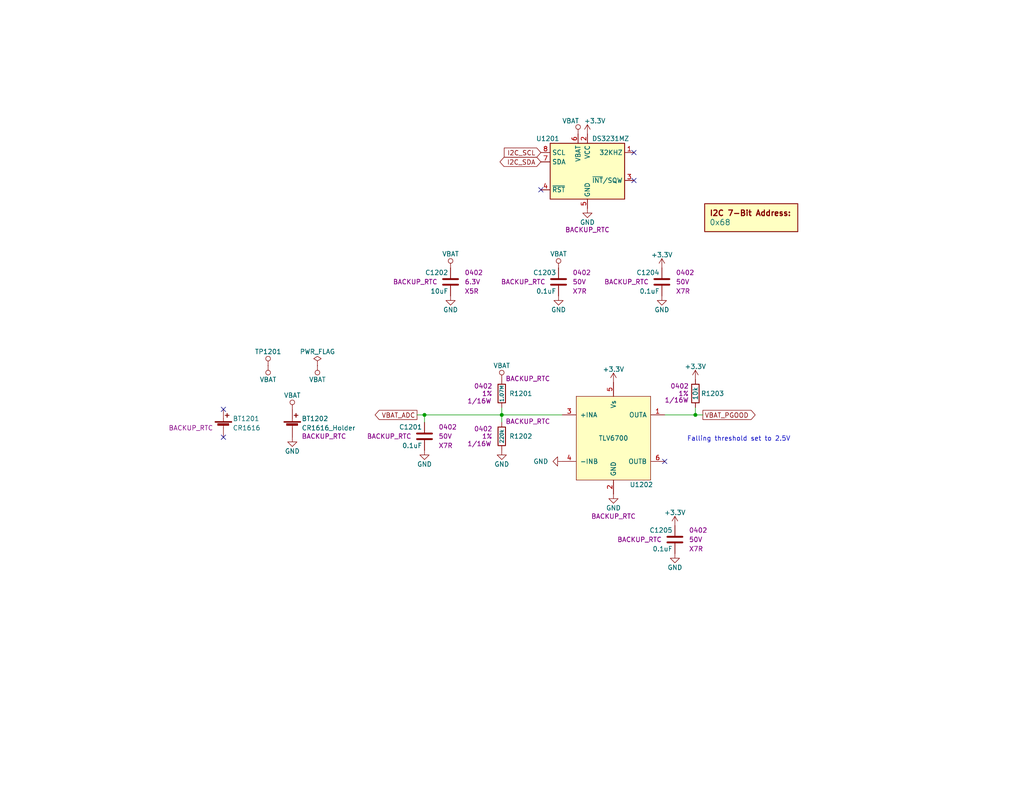
<source format=kicad_sch>
(kicad_sch (version 20230121) (generator eeschema)
  (paper "A")
  (title_block (date "2023-05-12") (rev "PRELIM") (company "Drew Maatman"))
  (lib_symbols
    (symbol "Custom_Library:C_Custom" (pin_numbers hide) (pin_names (offset 0.254))
      (property "Reference" "C" (at 0.635 2.54 0))
      (property "Value" "Custom_Library_C_Custom" (at 0.635 -2.54 0))
      (property "display_footprint" "Foot" (at -3.81 2.54 0))
      (property "Voltage" "V" (at -3.81 0 0))
      (property "Dielectric" "Er" (at -3.81 -2.54 0))
      (symbol "C_Custom_0_1"
        (polyline (pts (xy -2.032 -0.762) (xy 2.032 -0.762)) (stroke (width 0.508)))
        (polyline (pts (xy -2.032 0.762) (xy 2.032 0.762)) (stroke (width 0.508)))
      )
      (symbol "C_Custom_1_1"
        (pin passive line (at 0 3.81 270) (length 2.794) (name "~") (number "1"))
        (pin passive line (at 0 -3.81 90) (length 2.794) (name "~") (number "2"))
      )
    )
    (symbol "Custom_Library:I2C_Address" (pin_names (offset 1.016))
      (property "Value" "Custom_Library_I2C_Address" (at -11.43 0 0))
      (symbol "I2C_Address_0_0"
        (rectangle (start -12.7 5.08) (end 12.7 -2.54) (stroke (width 0.254)) (fill (type background)))
        (text "I2C 7-Bit Address:" (at -11.43 2.54 0) (effects (font (size 1.524 1.524) bold) (justify left)))
      )
    )
    (symbol "Custom_Library:R_Custom" (pin_numbers hide) (pin_names (offset 1.016) hide)
      (property "Reference" "R" (at -2.54 0 90))
      (property "Value" "Custom_Library_R_Custom" (at 0 0 90))
      (property "display_footprint" "Foot" (at 2.54 0 90))
      (property "Tolerance" "Tol" (at 5.08 0 90))
      (property "Wattage" "W" (at 7.62 0 90))
      (symbol "R_Custom_0_1"
        (rectangle (start 1.016 2.54) (end -1.016 -2.54) (stroke (width 0.254)))
      )
      (symbol "R_Custom_1_1"
        (pin passive line (at 0 3.81 270) (length 1.27) (name "1") (number "1"))
        (pin passive line (at 0 -3.81 90) (length 1.27) (name "2") (number "2"))
      )
    )
    (symbol "Custom_Library:TLV6700" (pin_names (offset 1.016))
      (property "Reference" "U" (at 7.62 -12.7 0))
      (property "Value" "Custom_Library_TLV6700" (at 0 0 0))
      (symbol "TLV6700_0_1"
        (rectangle (start -10.16 11.43) (end 10.16 -11.43) (fill (type background)))
      )
      (symbol "TLV6700_1_1"
        (pin open_collector line (at 13.97 6.35 180) (length 3.81) (name "OUTA") (number "1"))
        (pin power_in line (at 0 -15.24 90) (length 3.81) (name "GND") (number "2"))
        (pin input line (at -13.97 6.35 0) (length 3.81) (name "+INA") (number "3"))
        (pin input line (at -13.97 -6.35 0) (length 3.81) (name "-INB") (number "4"))
        (pin power_in line (at 0 15.24 270) (length 3.81) (name "Vs") (number "5"))
        (pin open_collector line (at 13.97 -6.35 180) (length 3.81) (name "OUTB") (number "6"))
      )
    )
    (symbol "Custom_Library:TP" (pin_numbers hide) (pin_names (offset 0) hide)
      (property "Reference" "TP" (at 0 3.81 0))
      (symbol "TP_0_1"
        (polyline (pts (xy 0 0) (xy 0 1.27)))
        (circle (center 0 1.905) (radius 0.635))
      )
      (symbol "TP_1_1"
        (pin passive line (at 0 0 90) (length 0) (name "TP") (number "1"))
      )
    )
    (symbol "Custom_Library:VBAT" (power) (pin_names (offset 0))
      (property "Value" "Custom_Library_VBAT" (at 0 3.81 0))
      (symbol "VBAT_0_1"
        (polyline (pts (xy 0 0) (xy 0 1.27)))
        (circle (center 0 1.905) (radius 0.635))
      )
      (symbol "VBAT_1_1"
        (pin power_in line (at 0 0 90) (length 0) hide (name "VBAT") (number "1"))
      )
    )
    (symbol "Device:Battery_Cell" (pin_numbers hide) (pin_names (offset 0) hide)
      (property "Reference" "BT" (at 2.54 2.54 0))
      (property "Value" "Battery_Cell" (at 2.54 0 0))
      (symbol "Battery_Cell_0_1"
        (rectangle (start -2.286 1.778) (end 2.286 1.524) (fill (type outline)))
        (rectangle (start -1.5748 1.1938) (end 1.4732 0.6858) (fill (type outline)))
        (polyline (pts (xy 0 0.762) (xy 0 0)))
        (polyline (pts (xy 0 1.778) (xy 0 2.54)))
        (polyline (pts (xy 0.508 3.429) (xy 1.524 3.429)) (stroke (width 0.254)))
        (polyline (pts (xy 1.016 3.937) (xy 1.016 2.921)) (stroke (width 0.254)))
      )
      (symbol "Battery_Cell_1_1"
        (pin passive line (at 0 5.08 270) (length 2.54) (name "+") (number "1"))
        (pin passive line (at 0 -2.54 90) (length 2.54) (name "-") (number "2"))
      )
    )
    (symbol "Timer_RTC:DS3231MZ"
      (property "Reference" "U" (at -7.62 8.89 0))
      (property "Value" "DS3231MZ" (at 11.43 8.89 0))
      (symbol "DS3231MZ_0_1"
        (rectangle (start -10.16 7.62) (end 10.16 -7.62) (stroke (width 0.254)) (fill (type background)))
      )
      (symbol "DS3231MZ_1_1"
        (pin open_collector line (at 12.7 5.08 180) (length 2.54) (name "32KHZ") (number "1"))
        (pin power_in line (at 0 10.16 270) (length 2.54) (name "VCC") (number "2"))
        (pin open_collector line (at 12.7 -2.54 180) (length 2.54) (name "~{INT}/SQW") (number "3"))
        (pin bidirectional line (at -12.7 -5.08 0) (length 2.54) (name "~{RST}") (number "4"))
        (pin power_in line (at 0 -10.16 90) (length 2.54) (name "GND") (number "5"))
        (pin power_in line (at -2.54 10.16 270) (length 2.54) (name "VBAT") (number "6"))
        (pin bidirectional line (at -12.7 2.54 0) (length 2.54) (name "SDA") (number "7"))
        (pin input line (at -12.7 5.08 0) (length 2.54) (name "SCL") (number "8"))
      )
    )
    (symbol "power:+3.3V" (power) (pin_names (offset 0))
      (property "Value" "+3.3V" (at 0 3.556 0))
      (symbol "+3.3V_0_1"
        (polyline (pts (xy -0.762 1.27) (xy 0 2.54)))
        (polyline (pts (xy 0 0) (xy 0 2.54)))
        (polyline (pts (xy 0 2.54) (xy 0.762 1.27)))
      )
      (symbol "+3.3V_1_1"
        (pin power_in line (at 0 0 90) (length 0) hide (name "+3.3V") (number "1"))
      )
    )
    (symbol "power:GND" (power) (pin_names (offset 0))
      (property "Value" "GND" (at 0 -3.81 0))
      (symbol "GND_0_1"
        (polyline (pts (xy 0 0) (xy 0 -1.27) (xy 1.27 -1.27) (xy 0 -2.54) (xy -1.27 -1.27) (xy 0 -1.27)))
      )
      (symbol "GND_1_1"
        (pin power_in line (at 0 0 270) (length 0) hide (name "GND") (number "1"))
      )
    )
    (symbol "power:PWR_FLAG" (power) (pin_numbers hide) (pin_names (offset 0) hide)
      (property "Value" "PWR_FLAG" (at 0 3.81 0))
      (symbol "PWR_FLAG_0_0"
        (pin power_out line (at 0 0 90) (length 0) (name "pwr") (number "1"))
      )
      (symbol "PWR_FLAG_0_1"
        (polyline (pts (xy 0 0) (xy 0 1.27) (xy -1.016 1.905) (xy 0 2.54) (xy 1.016 1.905) (xy 0 1.27)))
      )
    )
  )
  (junction (at 136.906 113.284))
  (junction (at 115.824 113.284))
  (junction (at 189.738 113.284))
  (no_connect (at 181.356 125.984))
  (no_connect (at 172.974 41.656))
  (no_connect (at 147.574 51.816))
  (no_connect (at 60.96 119.38))
  (no_connect (at 60.96 111.76))
  (no_connect (at 172.974 49.276))
  (wire (pts (xy 189.738 113.284) (xy 181.356 113.284)))
  (wire (pts (xy 113.792 113.284) (xy 115.824 113.284)))
  (wire (pts (xy 153.416 113.284) (xy 136.906 113.284)))
  (wire (pts (xy 136.906 113.284) (xy 136.906 115.316)))
  (wire (pts (xy 115.824 115.316) (xy 115.824 113.284)))
  (wire (pts (xy 115.824 113.284) (xy 136.906 113.284)))
  (wire (pts (xy 136.906 111.252) (xy 136.906 113.284)))
  (wire (pts (xy 191.77 113.284) (xy 189.738 113.284)))
  (wire (pts (xy 189.738 111.252) (xy 189.738 113.284)))
  (text "Falling threshold set to 2.5V" (at 187.452 120.65 0) (effects (font (size 1.27 1.27)) (justify left bottom)))
  (global_label "VBAT_ADC" (shape output) (at 113.792 113.284 180) (property "Intersheetrefs" "${INTERSHEET_REFS}" (effects hide)))
  (global_label "I2C_SDA" (shape bidirectional) (at 147.574 44.196 180) (property "Intersheetrefs" "${INTERSHEET_REFS}" (effects hide)))
  (global_label "I2C_SCL" (shape input) (at 147.574 41.656 180) (property "Intersheetrefs" "${INTERSHEET_REFS}" (effects hide)))
  (global_label "VBAT_PGOOD" (shape output) (at 191.77 113.284 0) (property "Intersheetrefs" "${INTERSHEET_REFS}" (effects hide)))
  (symbol (lib_id "Custom_Library:R_Custom") (at 189.738 107.442 0) (mirror y) (unit 1)
    (property "Reference" "R1203" (at 191.262 107.442 0) (effects (justify right)))
    (property "Value" "10k" (at 189.738 107.442 90))
    (property "Footprint" "Resistors_SMD:R_0402" (effects hide))
    (property "display_footprint" "0402" (at 187.96 105.41 0) (effects (justify left)))
    (property "Tolerance" "1%" (at 187.96 107.442 0) (effects (justify left)))
    (property "Wattage" "1/16W" (at 187.96 109.22 0) (effects (justify left)))
    (property "Digi-Key PN" "RMCF0402FT10K0CT-ND" (effects hide))
    (instances (project "Nixie_Clock_Core" (path "" (reference "R1203") (unit 1))) (project "LED_Panel_Controller" (path "" (reference "R?") (unit 1)) (path "" (reference "R?") (unit 1)) (path "" (reference "R?") (unit 1)) (path "" (reference "R?") (unit 1)) (path "" (reference "R?") (unit 1)) (path "" (reference "R?") (unit 1)) (path "" (reference "R?") (unit 1)) (path "" (reference "R?") (unit 1)) (path "" (reference "R?") (unit 1)) (path "" (reference "R2103") (unit 1)) (path "" (reference "R?") (unit 1)) (path "" (reference "R?") (unit 1)) (path "" (reference "R?") (unit 1))))
  )
  (symbol (lib_id "power:GND") (at 115.824 122.936 0) (mirror y) (unit 1)
    (property "Reference" "#PWR01205" (effects hide))
    (property "Value" "GND" (at 115.824 126.746 0))
    (instances (project "Nixie_Clock_Core" (path "" (reference "#PWR01205") (unit 1))) (project "LED_Panel_Controller" (path "" (reference "#PWR02105") (unit 1))))
  )
  (symbol (lib_id "Custom_Library:R_Custom") (at 136.906 107.442 0) (mirror y) (unit 1)
    (property "Reference" "R1201" (at 138.938 107.442 0) (effects (justify right)))
    (property "Value" "1.07M" (at 136.906 107.442 90) (effects (font (size 1.016 1.016))))
    (property "Footprint" "Resistors_SMD:R_0402" (effects hide))
    (property "display_footprint" "0402" (at 134.366 105.41 0) (effects (justify left)))
    (property "Tolerance" "1%" (at 134.366 107.442 0) (effects (justify left)))
    (property "Wattage" "1/16W" (at 134.112 109.474 0) (effects (justify left)))
    (property "Configuration" "BACKUP_RTC" (at 137.922 103.378 0) (effects (justify right)))
    (property "Digi-Key PN" "RMCF0402FT1M07CT-ND" (effects hide))
    (instances (project "Nixie_Clock_Core" (path "" (reference "R1201") (unit 1))) (project "LED_Panel_Controller" (path "" (reference "R?") (unit 1)) (path "" (reference "R?") (unit 1)) (path "" (reference "R?") (unit 1)) (path "" (reference "R?") (unit 1)) (path "" (reference "R?") (unit 1)) (path "" (reference "R?") (unit 1)) (path "" (reference "R?") (unit 1)) (path "" (reference "R?") (unit 1)) (path "" (reference "R?") (unit 1)) (path "" (reference "R2101") (unit 1)) (path "" (reference "R?") (unit 1)) (path "" (reference "R?") (unit 1)) (path "" (reference "R?") (unit 1))))
  )
  (symbol (lib_id "power:GND") (at 160.274 56.896 0) (unit 1)
    (property "Reference" "#PWR01215" (effects hide))
    (property "Value" "GND" (at 160.274 60.706 0))
    (instances (project "Nixie_Clock_Core" (path "" (reference "#PWR01215") (unit 1))) (project "LED_Panel_Controller" (path "" (reference "#PWR02115") (unit 1))))
  )
  (symbol (lib_id "Custom_Library:TP") (at 73.152 99.822 0) (unit 1)
    (property "Reference" "TP1201" (at 73.152 96.012 0))
    (property "Value" "TP" (effects hide))
    (property "Footprint" "Custom Footprints Library:Test_Point" (effects hide))
    (instances (project "Nixie_Clock_Core" (path "" (reference "TP1201") (unit 1))) (project "LED_Panel_Controller" (path "" (reference "TP?") (unit 1)) (path "" (reference "TP?") (unit 1)) (path "" (reference "TP?") (unit 1)) (path "" (reference "TP?") (unit 1)) (path "" (reference "TP2101") (unit 1)) (path "" (reference "TP?") (unit 1)) (path "" (reference "TP?") (unit 1)) (path "" (reference "TP?") (unit 1)) (path "" (reference "TP?") (unit 1)) (path "" (reference "TP?") (unit 1))))
  )
  (symbol (lib_id "Custom_Library:VBAT") (at 152.4 73.152 0) (unit 1)
    (property "Reference" "#PWR01210" (effects hide))
    (property "Value" "VBAT" (at 152.4 69.342 0))
    (instances (project "Nixie_Clock_Core" (path "" (reference "#PWR01210") (unit 1))) (project "LED_Panel_Controller" (path "" (reference "#PWR02110") (unit 1))))
  )
  (symbol (lib_id "power:+3.3V") (at 189.738 103.632 0) (unit 1)
    (property "Reference" "#PWR01222" (effects hide))
    (property "Value" "+3.3V" (at 189.738 100.076 0))
    (instances (project "Nixie_Clock_Core" (path "" (reference "#PWR01222") (unit 1))) (project "LED_Panel_Controller" (path "" (reference "#PWR02122") (unit 1))))
  )
  (symbol (lib_id "power:GND") (at 153.416 125.984 270) (unit 1)
    (property "Reference" "#PWR01212" (effects hide))
    (property "Value" "GND" (at 149.606 125.984 90) (effects (justify right)))
    (instances (project "Nixie_Clock_Core" (path "" (reference "#PWR01212") (unit 1))) (project "LED_Panel_Controller" (path "" (reference "#PWR02112") (unit 1))))
  )
  (symbol (lib_id "power:PWR_FLAG") (at 86.614 99.822 0) (unit 1)
    (property "Reference" "#FLG01201" (effects hide))
    (property "Value" "PWR_FLAG" (at 86.614 96.012 0))
    (instances (project "Nixie_Clock_Core" (path "" (reference "#FLG01201") (unit 1))) (project "LED_Panel_Controller" (path "" (reference "#FLG02101") (unit 1))))
  )
  (symbol (lib_id "power:+3.3V") (at 180.594 73.152 0) (unit 1)
    (property "Reference" "#PWR01218" (effects hide))
    (property "Value" "+3.3V" (at 180.594 69.596 0))
    (instances (project "Nixie_Clock_Core" (path "" (reference "#PWR01218") (unit 1))) (project "LED_Panel_Controller" (path "" (reference "#PWR02118") (unit 1))))
  )
  (symbol (lib_id "Custom_Library:TLV6700") (at 167.386 119.634 0) (unit 1)
    (property "Reference" "U1202" (at 175.006 132.334 0))
    (property "Value" "TLV6700" (at 167.386 119.634 0))
    (property "Footprint" "TO_SOT_Packages_SMD:SOT-23-6" (effects hide))
    (property "Datasheet" "http://www.ti.com/lit/ds/symlink/tlv6700.pdf" (effects hide))
    (property "Digi-Key PN" "296-51696-1-ND" (effects hide))
    (property "Configuration" "BACKUP_RTC" (at 167.386 140.97 0))
    (instances (project "Nixie_Clock_Core" (path "" (reference "U1202") (unit 1))) (project "LED_Panel_Controller" (path "" (reference "U2102") (unit 1))))
  )
  (symbol (lib_id "power:GND") (at 122.936 80.772 0) (unit 1)
    (property "Reference" "#PWR01207" (effects hide))
    (property "Value" "GND" (at 122.936 84.582 0))
    (instances (project "Nixie_Clock_Core" (path "" (reference "#PWR01207") (unit 1))) (project "LED_Panel_Controller" (path "" (reference "#PWR02107") (unit 1))))
  )
  (symbol (lib_id "Device:Battery_Cell") (at 79.756 116.84 0) (unit 1)
    (property "Reference" "BT1202" (at 82.296 114.3 0) (effects (justify left)))
    (property "Value" "CR1616_Holder" (at 82.296 116.84 0) (effects (justify left)))
    (property "Footprint" "Custom Footprints Library:BAT_BU1632SM-JJ-GTR" (effects hide))
    (property "Digi-Key PN" "BU1632SM-JJ-GCT-ND" (effects hide))
    (property "Configuration" "BACKUP_RTC" (at 88.392 119.126 0))
    (instances (project "Nixie_Clock_Core" (path "" (reference "BT1202") (unit 1))) (project "LED_Panel_Controller" (path "" (reference "BT2102") (unit 1))))
  )
  (symbol (lib_id "Custom_Library:VBAT") (at 73.152 99.822 180) (unit 1)
    (property "Reference" "#PWR01201" (effects hide))
    (property "Value" "VBAT" (at 73.152 103.632 0))
    (instances (project "Nixie_Clock_Core" (path "" (reference "#PWR01201") (unit 1))) (project "LED_Panel_Controller" (path "" (reference "#PWR02101") (unit 1))))
  )
  (symbol (lib_id "Custom_Library:VBAT") (at 86.614 99.822 180) (unit 1)
    (property "Reference" "#PWR01204" (effects hide))
    (property "Value" "VBAT" (at 86.614 103.632 0))
    (instances (project "Nixie_Clock_Core" (path "" (reference "#PWR01204") (unit 1))) (project "LED_Panel_Controller" (path "" (reference "#PWR02104") (unit 1))))
  )
  (symbol (lib_id "Custom_Library:R_Custom") (at 136.906 119.126 0) (mirror y) (unit 1)
    (property "Reference" "R1202" (at 138.938 119.126 0) (effects (justify right)))
    (property "Value" "220k" (at 136.906 119.126 90) (effects (font (size 1.016 1.016))))
    (property "Footprint" "Resistors_SMD:R_0402" (effects hide))
    (property "display_footprint" "0402" (at 134.366 117.094 0) (effects (justify left)))
    (property "Tolerance" "1%" (at 134.366 119.126 0) (effects (justify left)))
    (property "Wattage" "1/16W" (at 134.112 121.158 0) (effects (justify left)))
    (property "Configuration" "BACKUP_RTC" (at 137.922 115.062 0) (effects (justify right)))
    (property "Digi-Key PN" "RMCF0402FT220KCT-ND" (effects hide))
    (instances (project "Nixie_Clock_Core" (path "" (reference "R1202") (unit 1))) (project "LED_Panel_Controller" (path "" (reference "R?") (unit 1)) (path "" (reference "R?") (unit 1)) (path "" (reference "R?") (unit 1)) (path "" (reference "R?") (unit 1)) (path "" (reference "R?") (unit 1)) (path "" (reference "R?") (unit 1)) (path "" (reference "R?") (unit 1)) (path "" (reference "R?") (unit 1)) (path "" (reference "R?") (unit 1)) (path "" (reference "R2102") (unit 1)) (path "" (reference "R?") (unit 1)) (path "" (reference "R?") (unit 1)) (path "" (reference "R?") (unit 1))))
  )
  (symbol (lib_id "Custom_Library:VBAT") (at 79.756 111.76 0) (unit 1)
    (property "Reference" "#PWR01202" (effects hide))
    (property "Value" "VBAT" (at 79.756 107.95 0))
    (instances (project "Nixie_Clock_Core" (path "" (reference "#PWR01202") (unit 1))) (project "LED_Panel_Controller" (path "" (reference "#PWR02102") (unit 1))))
  )
  (symbol (lib_id "Device:Battery_Cell") (at 60.96 116.84 0) (unit 1)
    (property "Reference" "BT1201" (at 63.5 114.3 0) (effects (justify left)))
    (property "Value" "CR1616" (at 63.5 116.84 0) (effects (justify left)))
    (property "Digi-Key PN" "P034-ND" (effects hide))
    (property "Configuration" "BACKUP_RTC" (at 52.07 116.84 0))
    (instances (project "Nixie_Clock_Core" (path "" (reference "BT1201") (unit 1))) (project "LED_Panel_Controller" (path "" (reference "BT2101") (unit 1))))
  )
  (symbol (lib_id "power:+3.3V") (at 184.15 143.51 0) (unit 1)
    (property "Reference" "#PWR01220" (effects hide))
    (property "Value" "+3.3V" (at 184.15 139.954 0))
    (instances (project "Nixie_Clock_Core" (path "" (reference "#PWR01220") (unit 1))) (project "LED_Panel_Controller" (path "" (reference "#PWR02120") (unit 1))))
  )
  (symbol (lib_id "power:GND") (at 184.15 151.13 0) (unit 1)
    (property "Reference" "#PWR01221" (effects hide))
    (property "Value" "GND" (at 184.15 154.94 0))
    (instances (project "Nixie_Clock_Core" (path "" (reference "#PWR01221") (unit 1))) (project "LED_Panel_Controller" (path "" (reference "#PWR02121") (unit 1))))
  )
  (symbol (lib_id "Custom_Library:VBAT") (at 136.906 103.632 0) (unit 1)
    (property "Reference" "#PWR01208" (effects hide))
    (property "Value" "VBAT" (at 136.906 99.822 0))
    (instances (project "Nixie_Clock_Core" (path "" (reference "#PWR01208") (unit 1))) (project "LED_Panel_Controller" (path "" (reference "#PWR02108") (unit 1))))
  )
  (symbol (lib_id "Custom_Library:VBAT") (at 122.936 73.152 0) (unit 1)
    (property "Reference" "#PWR01206" (effects hide))
    (property "Value" "VBAT" (at 122.936 69.342 0))
    (instances (project "Nixie_Clock_Core" (path "" (reference "#PWR01206") (unit 1))) (project "LED_Panel_Controller" (path "" (reference "#PWR02106") (unit 1))))
  )
  (symbol (lib_id "Custom_Library:VBAT") (at 157.734 36.576 0) (unit 1)
    (property "Reference" "#PWR01213" (effects hide))
    (property "Value" "VBAT" (at 155.702 33.02 0))
    (instances (project "Nixie_Clock_Core" (path "" (reference "#PWR01213") (unit 1))) (project "LED_Panel_Controller" (path "" (reference "#PWR02113") (unit 1))))
  )
  (symbol (lib_id "power:+3.3V") (at 167.386 104.394 0) (unit 1)
    (property "Reference" "#PWR01216" (effects hide))
    (property "Value" "+3.3V" (at 167.386 100.838 0))
    (instances (project "Nixie_Clock_Core" (path "" (reference "#PWR01216") (unit 1))) (project "LED_Panel_Controller" (path "" (reference "#PWR02116") (unit 1))))
  )
  (symbol (lib_id "power:GND") (at 167.386 134.874 0) (unit 1)
    (property "Reference" "#PWR01217" (effects hide))
    (property "Value" "GND" (at 167.386 138.684 0))
    (instances (project "Nixie_Clock_Core" (path "" (reference "#PWR01217") (unit 1))) (project "LED_Panel_Controller" (path "" (reference "#PWR02117") (unit 1))))
  )
  (symbol (lib_id "Custom_Library:C_Custom") (at 122.936 76.962 0) (mirror y) (unit 1)
    (property "Reference" "C1202" (at 122.301 74.422 0) (effects (justify left)))
    (property "Value" "10uF" (at 122.301 79.502 0) (effects (justify left)))
    (property "Footprint" "Capacitors_SMD:C_0402" (effects hide))
    (property "display_footprint" "0402" (at 126.746 74.422 0) (effects (justify right)))
    (property "Voltage" "6.3V" (at 126.746 76.962 0) (effects (justify right)))
    (property "Dielectric" "X5R" (at 126.746 79.502 0) (effects (justify right)))
    (property "Configuration" "BACKUP_RTC" (at 113.284 76.962 0))
    (property "Digi-Key PN" "1276-1451-1-ND" (effects hide))
    (instances (project "Nixie_Clock_Core" (path "" (reference "C1202") (unit 1))) (project "LED_Panel_Controller" (path "" (reference "C2102") (unit 1))))
  )
  (symbol (lib_id "Custom_Library:C_Custom") (at 184.15 147.32 0) (mirror y) (unit 1)
    (property "Reference" "C1205" (at 183.515 144.78 0) (effects (justify left)))
    (property "Value" "0.1uF" (at 183.515 149.86 0) (effects (justify left)))
    (property "Footprint" "Capacitors_SMD:C_0402" (effects hide))
    (property "display_footprint" "0402" (at 187.96 144.78 0) (effects (justify right)))
    (property "Voltage" "50V" (at 187.96 147.32 0) (effects (justify right)))
    (property "Dielectric" "X7R" (at 187.96 149.86 0) (effects (justify right)))
    (property "Configuration" "BACKUP_RTC" (at 174.498 147.32 0))
    (property "Digi-Key PN" "490-10698-1-ND" (effects hide))
    (instances (project "Nixie_Clock_Core" (path "" (reference "C1205") (unit 1))) (project "LED_Panel_Controller" (path "" (reference "C2105") (unit 1))))
  )
  (symbol (lib_id "Custom_Library:I2C_Address") (at 204.978 60.706 0) (unit 1)
    (property "Reference" "DOC1201" (effects hide))
    (property "Value" "0x68" (at 193.548 60.706 0) (effects (font (size 1.524 1.524)) (justify left)))
    (instances (project "Nixie_Clock_Core" (path "" (reference "DOC1201") (unit 1))) (project "LED_Panel_Controller" (path "" (reference "DOC2101") (unit 1))))
  )
  (symbol (lib_id "power:GND") (at 136.906 122.936 0) (unit 1)
    (property "Reference" "#PWR01209" (effects hide))
    (property "Value" "GND" (at 136.906 126.746 0))
    (instances (project "Nixie_Clock_Core" (path "" (reference "#PWR01209") (unit 1))) (project "LED_Panel_Controller" (path "" (reference "#PWR02109") (unit 1))))
  )
  (symbol (lib_id "power:GND") (at 180.594 80.772 0) (unit 1)
    (property "Reference" "#PWR01219" (effects hide))
    (property "Value" "GND" (at 180.594 84.582 0))
    (instances (project "Nixie_Clock_Core" (path "" (reference "#PWR01219") (unit 1))) (project "LED_Panel_Controller" (path "" (reference "#PWR02119") (unit 1))))
  )
  (symbol (lib_id "power:GND") (at 79.756 119.38 0) (unit 1)
    (property "Reference" "#PWR01203" (effects hide))
    (property "Value" "GND" (at 79.756 123.19 0))
    (instances (project "Nixie_Clock_Core" (path "" (reference "#PWR01203") (unit 1))) (project "LED_Panel_Controller" (path "" (reference "#PWR02103") (unit 1))))
  )
  (symbol (lib_id "Timer_RTC:DS3231MZ") (at 160.274 46.736 0) (unit 1)
    (property "Reference" "U1201" (at 152.654 37.846 0) (effects (justify right)))
    (property "Value" "DS3231MZ" (at 171.704 37.846 0) (effects (justify right)))
    (property "Footprint" "Package_SO:SOIC-8_3.9x4.9mm_P1.27mm" (effects hide))
    (property "Datasheet" "http://datasheets.maximintegrated.com/en/ds/DS3231M.pdf" (effects hide))
    (property "Digi-Key PN" "DS3231MZ+-ND" (effects hide))
    (property "Configuration" "BACKUP_RTC" (at 160.274 62.738 0))
    (instances (project "Nixie_Clock_Core" (path "" (reference "U1201") (unit 1))) (project "LED_Panel_Controller" (path "" (reference "U2101") (unit 1))))
  )
  (symbol (lib_id "Custom_Library:C_Custom") (at 180.594 76.962 0) (mirror y) (unit 1)
    (property "Reference" "C1204" (at 179.959 74.422 0) (effects (justify left)))
    (property "Value" "0.1uF" (at 179.959 79.502 0) (effects (justify left)))
    (property "Footprint" "Capacitors_SMD:C_0402" (effects hide))
    (property "display_footprint" "0402" (at 184.404 74.422 0) (effects (justify right)))
    (property "Voltage" "50V" (at 184.404 76.962 0) (effects (justify right)))
    (property "Dielectric" "X7R" (at 184.404 79.502 0) (effects (justify right)))
    (property "Configuration" "BACKUP_RTC" (at 170.942 76.962 0))
    (property "Digi-Key PN" "490-10698-1-ND" (effects hide))
    (instances (project "Nixie_Clock_Core" (path "" (reference "C1204") (unit 1))) (project "LED_Panel_Controller" (path "" (reference "C2104") (unit 1))))
  )
  (symbol (lib_id "Custom_Library:C_Custom") (at 152.4 76.962 0) (mirror y) (unit 1)
    (property "Reference" "C1203" (at 151.765 74.422 0) (effects (justify left)))
    (property "Value" "0.1uF" (at 151.765 79.502 0) (effects (justify left)))
    (property "Footprint" "Capacitors_SMD:C_0402" (effects hide))
    (property "display_footprint" "0402" (at 156.21 74.422 0) (effects (justify right)))
    (property "Voltage" "50V" (at 156.21 76.962 0) (effects (justify right)))
    (property "Dielectric" "X7R" (at 156.21 79.502 0) (effects (justify right)))
    (property "Configuration" "BACKUP_RTC" (at 142.748 76.962 0))
    (property "Digi-Key PN" "490-10698-1-ND" (effects hide))
    (instances (project "Nixie_Clock_Core" (path "" (reference "C1203") (unit 1))) (project "LED_Panel_Controller" (path "" (reference "C2103") (unit 1))))
  )
  (symbol (lib_id "power:+3.3V") (at 160.274 36.576 0) (unit 1)
    (property "Reference" "#PWR01214" (effects hide))
    (property "Value" "+3.3V" (at 162.306 33.02 0))
    (instances (project "Nixie_Clock_Core" (path "" (reference "#PWR01214") (unit 1))) (project "LED_Panel_Controller" (path "" (reference "#PWR02114") (unit 1))))
  )
  (symbol (lib_id "Custom_Library:C_Custom") (at 115.824 119.126 0) (mirror y) (unit 1)
    (property "Reference" "C1201" (at 115.189 116.586 0) (effects (justify left)))
    (property "Value" "0.1uF" (at 115.189 121.666 0) (effects (justify left)))
    (property "Footprint" "Capacitors_SMD:C_0402" (effects hide))
    (property "display_footprint" "0402" (at 119.634 116.586 0) (effects (justify right)))
    (property "Voltage" "50V" (at 119.634 119.126 0) (effects (justify right)))
    (property "Dielectric" "X7R" (at 119.634 121.666 0) (effects (justify right)))
    (property "Configuration" "BACKUP_RTC" (at 106.172 119.126 0))
    (property "Digi-Key PN" "490-10698-1-ND" (effects hide))
    (instances (project "Nixie_Clock_Core" (path "" (reference "C1201") (unit 1))) (project "LED_Panel_Controller" (path "" (reference "C2101") (unit 1))))
  )
  (symbol (lib_id "power:GND") (at 152.4 80.772 0) (unit 1)
    (property "Reference" "#PWR01211" (effects hide))
    (property "Value" "GND" (at 152.4 84.582 0))
    (instances (project "Nixie_Clock_Core" (path "" (reference "#PWR01211") (unit 1))) (project "LED_Panel_Controller" (path "" (reference "#PWR02111") (unit 1))))
  )
)
</source>
